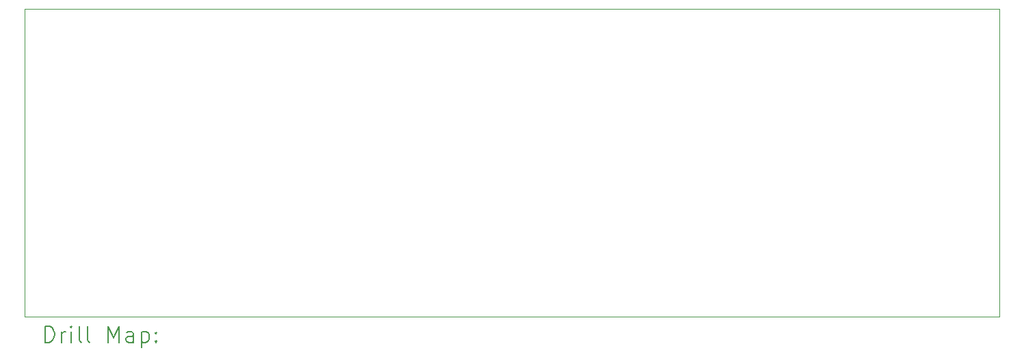
<source format=gbr>
%FSLAX45Y45*%
G04 Gerber Fmt 4.5, Leading zero omitted, Abs format (unit mm)*
G04 Created by KiCad (PCBNEW (6.0.2)) date 2022-05-27 21:51:48*
%MOMM*%
%LPD*%
G01*
G04 APERTURE LIST*
%TA.AperFunction,Profile*%
%ADD10C,0.100000*%
%TD*%
%ADD11C,0.200000*%
G04 APERTURE END LIST*
D10*
X9017000Y-8890000D02*
X21082000Y-8890000D01*
X21082000Y-8890000D02*
X21082000Y-12700000D01*
X21082000Y-12700000D02*
X9017000Y-12700000D01*
X9017000Y-12700000D02*
X9017000Y-8890000D01*
D11*
X9269619Y-13015476D02*
X9269619Y-12815476D01*
X9317238Y-12815476D01*
X9345810Y-12825000D01*
X9364857Y-12844048D01*
X9374381Y-12863095D01*
X9383905Y-12901190D01*
X9383905Y-12929762D01*
X9374381Y-12967857D01*
X9364857Y-12986905D01*
X9345810Y-13005952D01*
X9317238Y-13015476D01*
X9269619Y-13015476D01*
X9469619Y-13015476D02*
X9469619Y-12882143D01*
X9469619Y-12920238D02*
X9479143Y-12901190D01*
X9488667Y-12891667D01*
X9507714Y-12882143D01*
X9526762Y-12882143D01*
X9593429Y-13015476D02*
X9593429Y-12882143D01*
X9593429Y-12815476D02*
X9583905Y-12825000D01*
X9593429Y-12834524D01*
X9602952Y-12825000D01*
X9593429Y-12815476D01*
X9593429Y-12834524D01*
X9717238Y-13015476D02*
X9698190Y-13005952D01*
X9688667Y-12986905D01*
X9688667Y-12815476D01*
X9822000Y-13015476D02*
X9802952Y-13005952D01*
X9793429Y-12986905D01*
X9793429Y-12815476D01*
X10050571Y-13015476D02*
X10050571Y-12815476D01*
X10117238Y-12958333D01*
X10183905Y-12815476D01*
X10183905Y-13015476D01*
X10364857Y-13015476D02*
X10364857Y-12910714D01*
X10355333Y-12891667D01*
X10336286Y-12882143D01*
X10298190Y-12882143D01*
X10279143Y-12891667D01*
X10364857Y-13005952D02*
X10345810Y-13015476D01*
X10298190Y-13015476D01*
X10279143Y-13005952D01*
X10269619Y-12986905D01*
X10269619Y-12967857D01*
X10279143Y-12948809D01*
X10298190Y-12939286D01*
X10345810Y-12939286D01*
X10364857Y-12929762D01*
X10460095Y-12882143D02*
X10460095Y-13082143D01*
X10460095Y-12891667D02*
X10479143Y-12882143D01*
X10517238Y-12882143D01*
X10536286Y-12891667D01*
X10545810Y-12901190D01*
X10555333Y-12920238D01*
X10555333Y-12977381D01*
X10545810Y-12996428D01*
X10536286Y-13005952D01*
X10517238Y-13015476D01*
X10479143Y-13015476D01*
X10460095Y-13005952D01*
X10641048Y-12996428D02*
X10650571Y-13005952D01*
X10641048Y-13015476D01*
X10631524Y-13005952D01*
X10641048Y-12996428D01*
X10641048Y-13015476D01*
X10641048Y-12891667D02*
X10650571Y-12901190D01*
X10641048Y-12910714D01*
X10631524Y-12901190D01*
X10641048Y-12891667D01*
X10641048Y-12910714D01*
M02*

</source>
